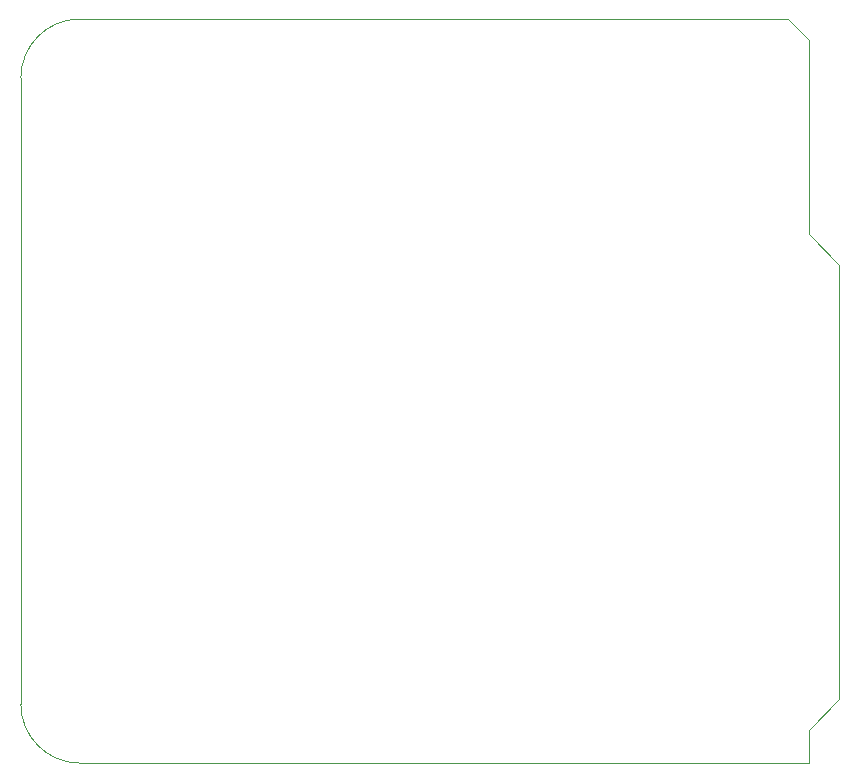
<source format=gbr>
G04 #@! TF.GenerationSoftware,KiCad,Pcbnew,(5.1.5)-3*
G04 #@! TF.CreationDate,2020-05-21T02:42:04+09:00*
G04 #@! TF.ProjectId,custom_arduino,63757374-6f6d-45f6-9172-6475696e6f2e,rev?*
G04 #@! TF.SameCoordinates,Original*
G04 #@! TF.FileFunction,Profile,NP*
%FSLAX46Y46*%
G04 Gerber Fmt 4.6, Leading zero omitted, Abs format (unit mm)*
G04 Created by KiCad (PCBNEW (5.1.5)-3) date 2020-05-21 02:42:04*
%MOMM*%
%LPD*%
G04 APERTURE LIST*
%ADD10C,0.050000*%
G04 APERTURE END LIST*
D10*
X78830000Y-58360000D02*
G75*
G02X83830000Y-53360000I5000000J0D01*
G01*
X83830000Y-116360000D02*
G75*
G02X78830000Y-111360000I0J5000000D01*
G01*
X148130000Y-106960000D02*
X148130000Y-110960000D01*
X78830000Y-58360000D02*
X78830000Y-58360000D01*
X145530000Y-55160000D02*
X145530000Y-56160000D01*
X145530000Y-60160000D02*
X145530000Y-56160000D01*
X78830000Y-109260000D02*
X78830000Y-99660000D01*
X78830000Y-67860000D02*
X78830000Y-80060000D01*
X78830000Y-109260000D02*
X78830000Y-111360000D01*
X78830000Y-80060000D02*
X78830000Y-99660000D01*
X78830000Y-58360000D02*
X78830000Y-67860000D01*
X143830000Y-53360000D02*
X83830000Y-53360000D01*
X145530000Y-55160000D02*
X143830000Y-53360000D01*
X145530000Y-71560000D02*
X145530000Y-60160000D01*
X148130000Y-74160000D02*
X145530000Y-71560000D01*
X148130000Y-106960000D02*
X148130000Y-74160000D01*
X145530000Y-113560000D02*
X148130000Y-110960000D01*
X145530000Y-116360000D02*
X145530000Y-113560000D01*
X83830000Y-116360000D02*
X145530000Y-116360000D01*
M02*

</source>
